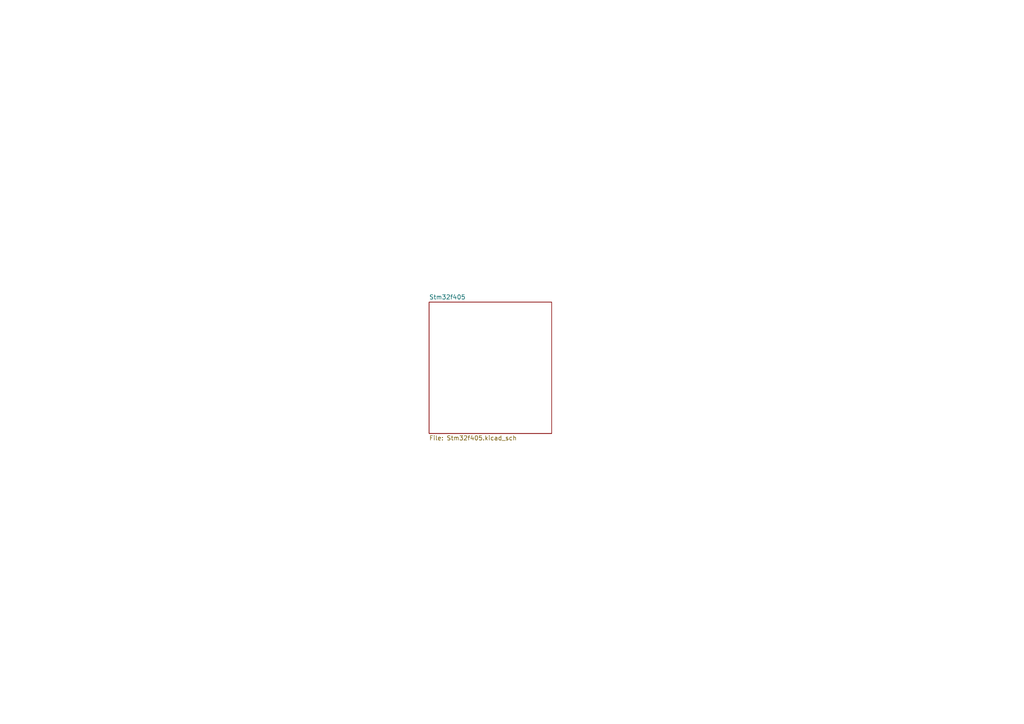
<source format=kicad_sch>
(kicad_sch
	(version 20250114)
	(generator "eeschema")
	(generator_version "9.0")
	(uuid "d04c5395-2e3c-40b8-8677-11fb81ced555")
	(paper "A4")
	(lib_symbols)
	(sheet
		(at 124.46 87.63)
		(size 35.56 38.1)
		(exclude_from_sim no)
		(in_bom yes)
		(on_board yes)
		(dnp no)
		(fields_autoplaced yes)
		(stroke
			(width 0.1524)
			(type solid)
		)
		(fill
			(color 0 0 0 0.0000)
		)
		(uuid "7fbb9adf-0048-4876-8c48-9f0d8db4e360")
		(property "Sheetname" "Stm32f405"
			(at 124.46 86.9184 0)
			(effects
				(font
					(size 1.27 1.27)
				)
				(justify left bottom)
			)
		)
		(property "Sheetfile" "Stm32f405.kicad_sch"
			(at 124.46 126.3146 0)
			(effects
				(font
					(size 1.27 1.27)
				)
				(justify left top)
			)
		)
		(instances
			(project "aair_gimb_pcb"
				(path "/d04c5395-2e3c-40b8-8677-11fb81ced555"
					(page "2")
				)
			)
		)
	)
	(sheet_instances
		(path "/"
			(page "1")
		)
	)
	(embedded_fonts no)
)

</source>
